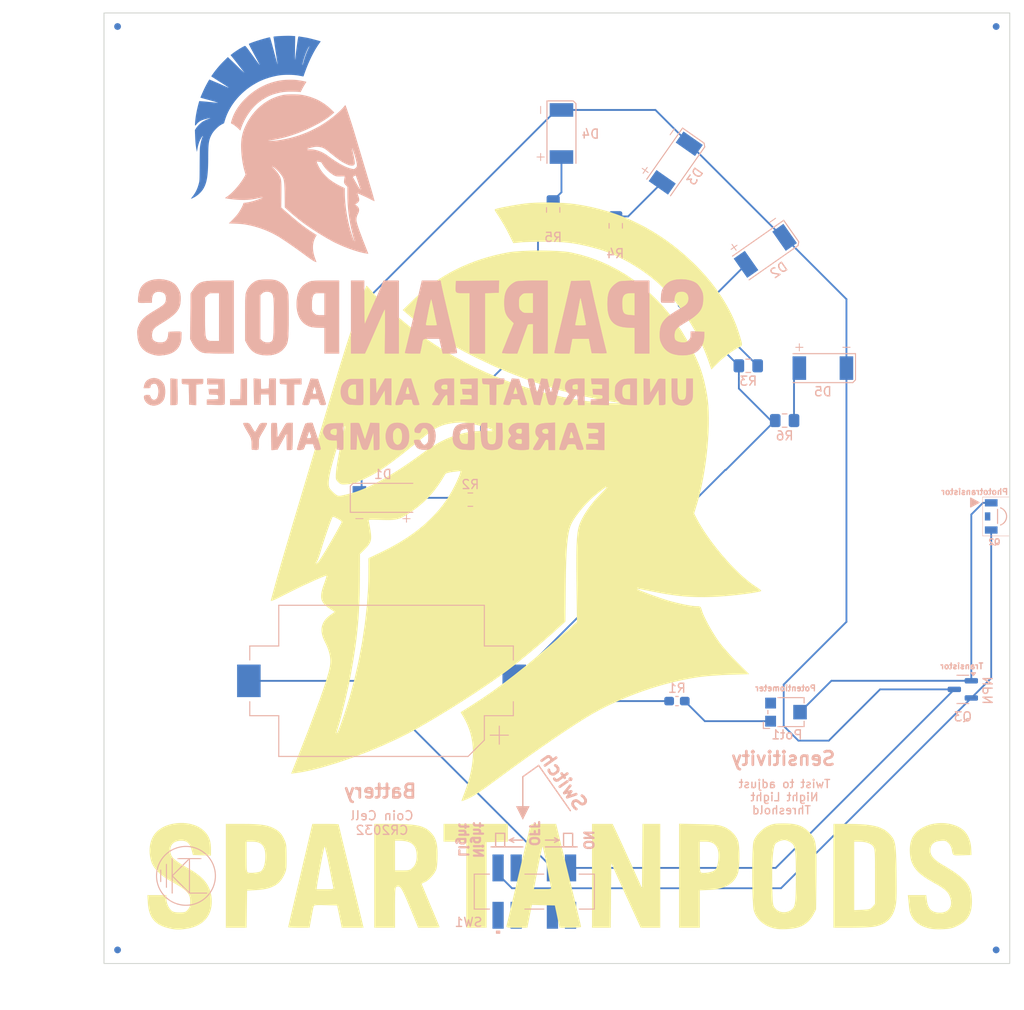
<source format=kicad_pcb>
(kicad_pcb (version 20241229) (generator "pcbnew") (generator_version "9.0")
  (layers (0 "F.Cu" signal) (2 "B.Cu" signal) (13 "F.Paste" user) (15 "B.Paste" user) (5 "F.SilkS" user "F.Silkscreen") (7 "B.SilkS" user "B.Silkscreen") (1 "F.Mask" user) (3 "B.Mask" user) (25 "Edge.Cuts" user))
  (net 0 "")
  (net 1 "Net-(D1-A)")
  (net 2 "Net-(D1-K)")
  (net 4 "Net-(Pot1-Pad1)")
  (net 5 "+3.3V")
  (net 6 "GNDREF")
  (net 7 "Net-(D2-A)")
  (net 8 "Net-(D3-A)")
  (net 9 "Net-(D4-A)")
  (net 10 "Net-(Q2-1)")
  (net 11 "Net-(Q2-2)")
  (net 12 "Net-(D5-A)")
  (footprint "Spartanpods:Combined" (layer "F.Cu") (at 99.453609 137.849936)
    (property "Reference" "G2")
    (property "Value" "Logo_Open_Hardware_Small")
    (fp_rect (start 0 -105) (end 100 0) (stroke (width 0.1)) (fill no) (layer "Edge.Cuts"))
  )
  (footprint "Capacitor_SMD:C_0805_2012Metric_Pad1.18x1.45mm_HandSolder" (layer "B.Cu") (at 155.956 56.3665 90)
    (property "Reference" "R4" (at -3.0695 -0.0508 0) (layer "B.SilkS") (effects (justify mirror)))
    (property "Value" "56")
    (pad "1" smd roundrect (at -1.0375 0 90) (size 1.175 1.45) (layers "B.Cu" "B.Mask" "B.Paste") (roundrect_rratio 0.212766) (net 5 "+3.3V"))
    (pad "2" smd roundrect (at 1.0375 0 90) (size 1.175 1.45) (layers "B.Cu" "B.Mask" "B.Paste") (roundrect_rratio 0.212766) (net 8 "Net-(D3-A)"))
  )
  (footprint "Capacitor_SMD:C_0805_2012Metric_Pad1.18x1.45mm_HandSolder" (layer "B.Cu") (at 139.9032 86.614 180)
    (property "Reference" "R2" (at 0 1.68 0) (layer "B.SilkS") (effects (justify mirror)))
    (property "Value" "56")
    (pad "1" smd roundrect (at -1.0375 0 180) (size 1.175 1.45) (layers "B.Cu" "B.Mask" "B.Paste") (roundrect_rratio 0.212766) (net 5 "+3.3V"))
    (pad "2" smd roundrect (at 1.0375 0 180) (size 1.175 1.45) (layers "B.Cu" "B.Mask" "B.Paste") (roundrect_rratio 0.212766) (net 1 "Net-(D1-A)"))
  )
  (footprint "Fiducial:Fiducial_0.75mm_Mask2.25mm" (layer "B.Cu") (at 197.953609 34.349936)
    (property "Reference" "FID3")
    (property "Value" "Fiducial")
    (pad "" smd circle (at 0 0) (size 0.75 0.75) (layers "B.Cu" "B.Mask") (clearance 0.85))
  )
  (footprint "Potentiometer_SMD:Potentiometer_Bourns_TC33X_Vertical" (layer "B.Cu") (at 174.852 110.0836)
    (property "Reference" "Pot1" (at 0 2.5 0) (layer "B.SilkS") (effects (justify mirror)))
    (property "Value" "50kΩ")
    (pad "1" smd rect (at -1.8 1) (size 1.2 1.2) (layers "B.Cu" "B.Mask" "B.Paste") (net 4 "Net-(Pot1-Pad1)"))
    (pad "2" smd rect (at 1.45 0) (size 1.5 1.6) (layers "B.Cu" "B.Mask" "B.Paste") (net 10 "Net-(Q2-1)"))
    (pad "3" smd rect (at -1.8 -1) (size 1.2 1.2) (layers "B.Cu" "B.Mask" "B.Paste"))
  )
  (footprint "Spartanpods:Untitled" (layer "B.Cu") (at 169.7736 85.09 180)
    (property "Reference" "REF**" (hide yes))
    (property "Value" "Untitled" (hide yes))
  )
  (footprint "!MyFootprints:DP3T - JS203011SCQN" (layer "B.Cu") (at 142.9644 127.2923 -90)
    (property "Reference" "SW1" (at 6.0069 3.2644 0) (layer "B.SilkS") (effects (justify mirror)))
    (property "Value" "SW_DP3T" (hide yes))
    (pad "1" smd rect (at 0 0 270) (size 2.9718 1.2446) (layers "B.Cu" "B.Mask" "B.Paste") (net 11 "Net-(Q2-2)"))
    (pad "2" smd rect (at 0 -2.000001 270) (size 2.9718 1.2446) (layers "B.Cu" "B.Mask" "B.Paste"))
    (pad "3" smd rect (at 0 -6.000001 270) (size 2.9718 1.2446) (layers "B.Cu" "B.Mask" "B.Paste") (net 6 "GNDREF"))
    (pad "4" smd rect (at 0 -7.999999 270) (size 2.9718 1.2446) (layers "B.Cu" "B.Mask" "B.Paste") (net 2 "Net-(D1-K)"))
    (pad "5" smd rect (at 5.2324 0 270) (size 2.9718 1.2446) (layers "B.Cu" "B.Mask" "B.Paste"))
    (pad "6" smd rect (at 5.2324 -1.999999 270) (size 2.9718 1.2446) (layers "B.Cu" "B.Mask" "B.Paste"))
    (pad "7" smd rect (at 5.2324 -5.999998 270) (size 2.9718 1.2446) (layers "B.Cu" "B.Mask" "B.Paste"))
    (pad "8" smd rect (at 5.2324 -7.999999 270) (size 2.9718 1.2446) (layers "B.Cu" "B.Mask" "B.Paste"))
  )
  (footprint "Fiducial:Fiducial_0.75mm_Mask2.25mm" (layer "B.Cu") (at 100.953609 136.349936)
    (property "Reference" "FID2")
    (property "Value" "Fiducial")
    (pad "" smd circle (at 0 0) (size 0.75 0.75) (layers "B.Cu" "B.Mask") (clearance 0.85))
  )
  (footprint "!MyFootprints:PhotoTrans_PT12-21C_TR8 (Flipped)" (layer "B.Cu") (at 197.4088 87.2668 90)
    (property "Reference" "Q2" (at -4.0208 0.3556 0) (layer "B.SilkS") (effects (font (size 0.64 0.64)) (justify mirror)))
    (property "Value" "Q_Photo_NPN")
    (pad "C" smd rect (at 0.3 0 90) (size 0.8 1.4) (layers "B.Cu" "B.Mask" "B.Paste") (net 10 "Net-(Q2-1)"))
    (pad "E" smd rect (at -2.7 0 90) (size 0.8 1.4) (layers "B.Cu" "B.Mask" "B.Paste") (net 11 "Net-(Q2-2)"))
    (pad "P1" smd rect (at -1.2 -0.4 90) (size 0.9 0.6) (layers "B.Cu" "B.Mask" "B.Paste"))
  )
  (footprint "Fiducial:Fiducial_0.75mm_Mask2.25mm" (layer "B.Cu") (at 197.953609 136.349936)
    (property "Reference" "FID1")
    (property "Value" "Fiducial")
    (pad "" smd circle (at 0 0) (size 0.75 0.75) (layers "B.Cu" "B.Mask") (clearance 0.85))
  )
  (footprint "Capacitor_SMD:C_0805_2012Metric_Pad1.18x1.45mm_HandSolder" (layer "B.Cu") (at 174.5996 77.8764)
    (property "Reference" "R6" (at 0 1.68 180) (layer "B.SilkS") (effects (justify mirror)))
    (property "Value" "56")
    (pad "1" smd roundrect (at -1.0375 0) (size 1.175 1.45) (layers "B.Cu" "B.Mask" "B.Paste") (roundrect_rratio 0.212766) (net 5 "+3.3V"))
    (pad "2" smd roundrect (at 1.0375 0) (size 1.175 1.45) (layers "B.Cu" "B.Mask" "B.Paste") (roundrect_rratio 0.212766) (net 12 "Net-(D5-A)"))
  )
  (footprint "Spartanpods:MiniLogo" (layer "B.Cu") (at 128.4732 63.754 180)
    (property "Reference" "REF**" (hide yes))
    (property "Value" "MiniLogo" (hide yes))
    (fp_poly (pts (xy 8.83205 28.37789) (xy 9.15382 28.371053) (xy 9.479775 28.358606) (xy 9.783799 28.341761) (xy 10.039781 28.321732) (xy 10.221606 28.299733) (xy 10.27655 28.288375) (xy 10.303162 28.276979) (xy 10.244502 27.835856) (xy 10.102455 26.860624) (xy 9.950853 25.85055) (xy 9.863526 25.304902) (xy 9.859695 25.285161) (xy 9.856777 25.267406) (xy 9.854791 25.251977) (xy 9.853756 25.239213) (xy 9.853602 25.233937) (xy 9.853693 25.229454) (xy 9.854032 25.225806) (xy 9.854621 25.223037) (xy 9.855462 25.221188) (xy 9.855979 25.220623) (xy 9.856559 25.220303) (xy 9.857204 25.220234) (xy 9.857913 25.220422) (xy 9.859528 25.221589) (xy 9.862338 25.22758) (xy 9.867312 25.241883) (xy 9.883262 25.293687) (xy 9.935765 25.477868) (xy 10.009238 25.746221) (xy 10.095886 26.070833) (xy 10.301966 26.841886) (xy 10.487847 27.520563) (xy 10.625788 28.007036) (xy 10.668112 28.147) (xy 10.68805 28.201478) (xy 10.700447 28.205949) (xy 10.724082 28.206442) (xy 10.802133 28.196392) (xy 10.916347 28.173125) (xy 11.060863 28.138435) (xy 11.417371 28.041971) (xy 11.824787 27.921365) (xy 12.236245 27.790984) (xy 12.604876 27.665191) (xy 12.883812 27.558353) (xy 12.974998 27.516531) (xy 13.026184 27.484834) (xy 13.027065 27.482509) (xy 13.026818 27.478157) (xy 13.023044 27.463579) (xy 13.015067 27.441521) (xy 13.003096 27.412403) (xy 12.967993 27.334667) (xy 12.919388 27.233735) (xy 12.858932 27.112971) (xy 12.788279 26.975738) (xy 12.709079 26.825398) (xy 12.622986 26.665315) (xy 12.260123 25.992267) (xy 11.997269 25.494115) (xy 11.849428 25.199812) (xy 11.823327 25.13815) (xy 11.823051 25.130275) (xy 11.831604 25.138307) (xy 11.911897 25.246325) (xy 12.090729 25.491247) (xy 12.638153 26.246309) (xy 13.025773 26.778444) (xy 13.161138 26.95949) (xy 13.264282 27.092275) (xy 13.340264 27.183113) (xy 13.36965 27.214775) (xy 13.394141 27.238318) (xy 13.414371 27.254532) (xy 13.430971 27.264206) (xy 13.444574 27.268129) (xy 13.455811 27.267091) (xy 13.505418 27.248362) (xy 13.568059 27.219847) (xy 13.642108 27.182564) (xy 13.725939 27.137527) (xy 13.916449 27.02826) (xy 14.126587 26.900175) (xy 14.343351 26.761399) (xy 14.55374 26.620061) (xy 14.74475 26.48429) (xy 14.828926 26.421032) (xy 14.903382 26.362214) (xy 15.043762 26.247835) (xy 14.718903 25.842958) (xy 14.570694 25.656838) (xy 14.407311 25.449384) (xy 14.248585 25.245907) (xy 14.11435 25.071718) (xy 13.867516 24.749406) (xy 13.666779 24.488893) (xy 13.498902 24.272432) (xy 13.831207 24.577791) (xy 13.973374 24.709917) (xy 14.114807 24.84395) (xy 14.239144 24.964226) (xy 14.330017 25.055086) (xy 14.372159 25.097829) (xy 14.428255 25.153541) (xy 14.572602 25.294462) (xy 14.743635 25.459043) (xy 14.921936 25.62848) (xy 15.347351 26.029939) (xy 15.766449 25.617464) (xy 15.95098 25.430217) (xy 16.138933 25.228912) (xy 16.326467 25.018176) (xy 16.509735 24.802633) (xy 16.684896 24.586908) (xy 16.848105 24.375626) (xy 16.995518 24.173414) (xy 17.123291 23.984895) (xy 17.180084 23.897188) (xy 16.554321 23.498506) (xy 16.009193 23.149497) (xy 15.597248 22.882142) (xy 15.336714 22.7084) (xy 15.268923 22.660371) (xy 15.245819 22.64023) (xy 15.246113 22.639714) (xy 15.246986 22.639472) (xy 15.248422 22.6395) (xy 15.250408 22.63979) (xy 15.25597 22.641134) (xy 15.263558 22.643457) (xy 15.273056 22.646711) (xy 15.284348 22.650849) (xy 15.311856 22.661584) (xy 15.345158 22.675281) (xy 15.383333 22.691556) (xy 15.425458 22.710029) (xy 15.470612 22.730318) (xy 15.956265 22.944357) (xy 16.594605 23.218801) (xy 17.151417 23.453814) (xy 17.326058 23.525336) (xy 17.392487 23.549562) (xy 17.422414 23.503605) (xy 17.465236 23.432283) (xy 17.518111 23.340695) (xy 17.578198 23.233938) (xy 17.642654 23.117111) (xy 17.70864 22.995315) (xy 17.773313 22.873646) (xy 17.833832 22.757203) (xy 17.911722 22.600149) (xy 17.999677 22.414537) (xy 18.179375 22.017648) (xy 18.257912 21.836375) (xy 18.320106 21.686551) (xy 18.359352 21.58318) (xy 18.368307 21.553601) (xy 18.369049 21.541261) (xy 18.351918 21.535624) (xy 18.306353 21.522296) (xy 18.142391 21.476083) (xy 17.902092 21.409648) (xy 17.610382 21.330018) (xy 17.063393 21.177912) (xy 16.668568 21.060644) (xy 16.539361 21.018565) (xy 16.461569 20.989386) (xy 16.443346 20.980071) (xy 16.439648 20.974503) (xy 16.451033 20.972859) (xy 16.478058 20.975313) (xy 16.808706 21.012338) (xy 17.320202 21.064378) (xy 17.840573 21.114427) (xy 18.197846 21.145479) (xy 18.502228 21.167665) (xy 18.553742 20.988313) (xy 18.599318 20.825076) (xy 18.643202 20.658604) (xy 18.685172 20.489874) (xy 18.725006 20.319868) (xy 18.762483 20.149562) (xy 18.797381 19.979936) (xy 18.829477 19.811968) (xy 18.858551 19.646638) (xy 18.889079 19.451544) (xy 18.915878 19.254597) (xy 18.938284 19.063478) (xy 18.955628 18.885869) (xy 18.967244 18.729451) (xy 18.972466 18.601903) (xy 18.970627 18.510907) (xy 18.966851 18.481516) (xy 18.96106 18.464143) (xy 18.959626 18.462252) (xy 18.957932 18.460775) (xy 18.955982 18.459708) (xy 18.953781 18.459047) (xy 18.951335 18.458788) (xy 18.948647 18.458928) (xy 18.945724 18.459461) (xy 18.94257 18.460384) (xy 18.93919 18.461693) (xy 18.935588 18.463384) (xy 18.931771 18.465452) (xy 18.927742 18.467893) (xy 18.923508 18.470704) (xy 18.919071 18.473881) (xy 18.914439 18.477418) (xy 18.909615 18.481313) (xy 18.899412 18.490158) (xy 18.888503 18.500382) (xy 18.876927 18.511953) (xy 18.864723 18.524838) (xy 18.851932 18.539005) (xy 18.838592 18.554421) (xy 18.824743 18.571053) (xy 18.810425 18.588869) (xy 18.774856 18.632818) (xy 18.73969 18.674084) (xy 18.704696 18.712838) (xy 18.669643 18.749249) (xy 18.634297 18.783486) (xy 18.598426 18.81572) (xy 18.5618 18.84612) (xy 18.524185 18.874856) (xy 18.485351 18.902098) (xy 18.445063 18.928016) (xy 18.403092 18.952779) (xy 18.359205 18.976557) (xy 18.313169 18.99952) (xy 18.264752 19.021838) (xy 18.213724 19.043681) (xy 18.159851 19.065217) (xy 18.053039 19.102813) (xy 17.923705 19.142641) (xy 17.782747 19.182035) (xy 17.641064 19.218328) (xy 17.509553 19.248855) (xy 17.399112 19.270949) (xy 17.355199 19.278001) (xy 17.32064 19.281945) (xy 17.296798 19.282448) (xy 17.289321 19.281305) (xy 17.285034 19.279176) (xy 17.284616 19.278451) (xy 17.284666 19.277589) (xy 17.285171 19.276594) (xy 17.286123 19.275471) (xy 17.287509 19.274224) (xy 17.289319 19.272857) (xy 17.294169 19.26978) (xy 17.300586 19.266276) (xy 17.308485 19.262377) (xy 17.317778 19.25812) (xy 17.328381 19.253538) (xy 17.340206 19.248664) (xy 17.353168 19.243535) (xy 17.36718 19.238183) (xy 17.382156 19.232643) (xy 17.398011 19.22695) (xy 17.414657 19.221137) (xy 17.449982 19.209291) (xy 17.564575 19.16961) (xy 17.675538 19.126703) (xy 17.78236 19.080826) (xy 17.884529 19.032236) (xy 17.981534 18.981188) (xy 18.02794 18.954822) (xy 18.072864 18.927938) (xy 18.11624 18.900568) (xy 18.158006 18.872743) (xy 18.198098 18.844496) (xy 18.23645 18.815858) (xy 18.282484 18.779386) (xy 18.329548 18.740091) (xy 18.377284 18.698359) (xy 18.425332 18.654575) (xy 18.473333 18.609124) (xy 18.520927 18.562391) (xy 18.567756 18.514761) (xy 18.613461 18.466619) (xy 18.657681 18.41835) (xy 18.700059 18.370339) (xy 18.740235 18.322971) (xy 18.777849 18.276631) (xy 18.812543 18.231705) (xy 18.843956 18.188576) (xy 18.871731 18.147631) (xy 18.895508 18.109254) (xy 18.983307 17.959352) (xy 18.960419 17.352632) (xy 18.950056 17.105531) (xy 18.93837 16.88349) (xy 18.924973 16.682389) (xy 18.909477 16.498105) (xy 18.891496 16.326517) (xy 18.87064 16.163504) (xy 18.846523 16.004942) (xy 18.818756 15.846712) (xy 18.762848 15.546968) (xy 18.734558 15.713502) (xy 18.692582 15.94441) (xy 18.648959 16.150455) (xy 18.6261 16.24545) (xy 18.602314 16.335783) (xy 18.577427 16.421974) (xy 18.55127 16.504541) (xy 18.523669 16.584001) (xy 18.494452 16.660873) (xy 18.463449 16.735675) (xy 18.430486 16.808925) (xy 18.395392 16.881142) (xy 18.357995 16.952843) (xy 18.318123 17.024547) (xy 18.275604 17.096773) (xy 18.214747 17.195667) (xy 18.189372 17.235357) (xy 18.167358 17.268548) (xy 18.148697 17.295244) (xy 18.133381 17.31545) (xy 18.121404 17.32917) (xy 18.116666 17.333599) (xy 18.112759 17.336408) (xy 18.109683 17.337598) (xy 18.107437 17.337168) (xy 18.106021 17.33512) (xy 18.105433 17.331455) (xy 18.105672 17.326172) (xy 18.106738 17.319272) (xy 18.111346 17.300625) (xy 18.119249 17.275517) (xy 18.130441 17.243952) (xy 18.144913 17.205935) (xy 18.162659 17.16147) (xy 18.185082 17.103643) (xy 18.207335 17.041104) (xy 18.250815 16.904177) (xy 18.292061 16.755258) (xy 18.330036 16.598916) (xy 18.363704 16.439723) (xy 18.392029 16.282246) (xy 18.413972 16.131057) (xy 18.422227 16.059248) (xy 18.428498 15.990724) (xy 18.433483 15.895053) (xy 18.438313 15.741412) (xy 18.447033 15.292089) (xy 18.45371 14.706495) (xy 18.457398 14.048372) (xy 18.461745 13.188016) (xy 18.471115 12.660707) (xy 18.478775 12.488985) (xy 18.489001 12.360974) (xy 18.502227 12.26349) (xy 18.518891 12.18335) (xy 18.548794 12.065233) (xy 18.579657 11.952026) (xy 18.611647 11.84336) (xy 18.644932 11.738868) (xy 18.679681 11.638181) (xy 18.716061 11.54093) (xy 18.754241 11.446747) (xy 18.794388 11.355263) (xy 18.836671 11.266111) (xy 18.881258 11.178921) (xy 18.928317 11.093325) (xy 18.978016 11.008954) (xy 19.030523 10.925441) (xy 19.086006 10.842417) (xy 19.144634 10.759513) (xy 19.206574 10.676361) (xy 19.253302 10.614518) (xy 19.295913 10.556899) (xy 19.333544 10.504761) (xy 19.365334 10.459359) (xy 19.39042 10.421947) (xy 19.407941 10.393781) (xy 19.413595 10.383558) (xy 19.417035 10.376117) (xy 19.418152 10.371615) (xy 19.417807 10.370515) (xy 19.41684 10.370209) (xy 19.41338 10.370801) (xy 19.408208 10.372204) (xy 19.393142 10.377273) (xy 19.372473 10.385071) (xy 19.347031 10.395253) (xy 19.317646 10.407472) (xy 19.28515 10.421386) (xy 19.250372 10.436647) (xy 19.214142 10.452912) (xy 19.213806 10.452668) (xy 19.123691 10.496095) (xy 19.033986 10.544231) (xy 18.945031 10.59677) (xy 18.857166 10.653405) (xy 18.770731 10.713827) (xy 18.686063 10.77773) (xy 18.603504 10.844807) (xy 18.523392 10.91475) (xy 18.446066 10.987252) (xy 18.371867 11.062006) (xy 18.301133 11.138705) (xy 18.234204 11.217041) (xy 18.171418 11.296708) (xy 18.113117 11.377398) (xy 18.059638 11.458804) (xy 18.011322 11.540619) (xy 17.943018 11.670741) (xy 17.880598 11.805949) (xy 17.823857 11.947667) (xy 17.77259 12.097319) (xy 17.726593 12.256331) (xy 17.68566 12.426126) (xy 17.649588 12.60813) (xy 17.618172 12.803765) (xy 17.591207 13.014458) (xy 17.568488 13.241632) (xy 17.549811 13.486711) (xy 17.53497 13.751121) (xy 17.523763 14.036285) (xy 17.515983 14.343628) (xy 17.511426 14.674575) (xy 17.509888 15.030549) (xy 17.506157 15.53463) (xy 17.493612 15.954904) (xy 17.48329 16.138142) (xy 17.469875 16.305865) (xy 17.453067 16.459884) (xy 17.432572 16.60201) (xy 17.40809 16.734056) (xy 17.379327 16.857833) (xy 17.345984 16.975154) (xy 17.307765 17.08783) (xy 17.264373 17.197672) (xy 17.215511 17.306494) (xy 17.160882 17.416106) (xy 17.100189 17.528322) (xy 17.058105 17.598831) (xy 17.009478 17.671913) (xy 16.954998 17.746888) (xy 16.895355 17.823078) (xy 16.83124 17.899801) (xy 16.76334 17.976379) (xy 16.692347 18.052133) (xy 16.61895 18.126382) (xy 16.543838 18.198448) (xy 16.467702 18.267651) (xy 16.39123 18.33331) (xy 16.315113 18.394748) (xy 16.240041 18.451284) (xy 16.166702 18.502239) (xy 16.095787 18.546933) (xy 16.027985 18.584688) (xy 15.761566 18.722169) (xy 15.697174 18.949495) (xy 15.591602 19.28367) (xy 15.465977 19.612943) (xy 15.320947 19.936558) (xy 15.157161 20.253762) (xy 14.975267 20.563802) (xy 14.775914 20.865925) (xy 14.55975 21.159376) (xy 14.327423 21.443403) (xy 14.079583 21.717251) (xy 13.816877 21.980167) (xy 13.539954 22.231397) (xy 13.249463 22.470188) (xy 12.946052 22.695787) (xy 12.630369 22.907439) (xy 12.303063 23.104391) (xy 11.964783 23.28589) (xy 11.835359 23.349443) (xy 11.703134 23.410796) (xy 11.568272 23.469897) (xy 11.430939 23.526694) (xy 11.291301 23.581136) (xy 11.149522 23.63317) (xy 10.860203 23.72981) (xy 10.564305 23.816201) (xy 10.263151 23.891928) (xy 9.958062 23.956578) (xy 9.65036 24.009736) (xy 9.539331 24.024899) (xy 9.419864 24.037803) (xy 9.160673 24.056885) (xy 8.882893 24.067085) (xy 8.59663 24.068506) (xy 8.311991 24.061249) (xy 8.039082 24.045416) (xy 7.788009 24.021111) (xy 7.673819 24.005813) (xy 7.568878 23.988435) (xy 7.083222 23.899049) (xy 7.035866 23.89068) (xy 7.002014 23.884553) (xy 6.994036 23.904977) (xy 6.983565 23.932453) (xy 6.968331 23.973169) (xy 6.948001 24.028421) (xy 6.922243 24.099508) (xy 6.890727 24.187726) (xy 6.853119 24.294374) (xy 6.681282 24.761443) (xy 6.49703 25.219248) (xy 6.302486 25.663499) (xy 6.099774 26.089906) (xy 5.891018 26.49418) (xy 5.678342 26.872033) (xy 5.46387 27.219173) (xy 5.459575 27.225609) (xy 6.338717 27.225609) (xy 6.338976 27.222699) (xy 6.340878 27.214252) (xy 6.344577 27.202425) (xy 6.350012 27.187367) (xy 6.357125 27.169225) (xy 6.365854 27.148149) (xy 6.376141 27.124285) (xy 6.387925 27.097783) (xy 6.401148 27.06879) (xy 6.431668 27.003926) (xy 6.467224 26.930879) (xy 6.543383 26.770078) (xy 6.617775 26.599794) (xy 6.69002 26.421081) (xy 6.759739 26.234994) (xy 6.826553 26.042587) (xy 6.890082 25.844915) (xy 6.949947 25.643031) (xy 7.005768 25.43799) (xy 7.025126 25.365507) (xy 7.043611 25.300022) (xy 7.060788 25.242814) (xy 7.076222 25.195165) (xy 7.089476 25.158355) (xy 7.100117 25.133664) (xy 7.104322 25.126264) (xy 7.107709 25.122374) (xy 7.10908 25.121795) (xy 7.110226 25.122154) (xy 7.111817 25.125764) (xy 7.112486 25.133026) (xy 7.112265 25.143509) (xy 7.111193 25.157013) (xy 7.109308 25.173337) (xy 7.103251 25.213648) (xy 7.094403 25.262842) (xy 7.083069 25.319316) (xy 7.069558 25.381471) (xy 7.054176 25.447706) (xy 7.037232 25.51642) (xy 7.037232 25.516389) (xy 6.965738 25.778281) (xy 6.884941 26.039084) (xy 6.797444 26.292347) (xy 6.705849 26.531618) (xy 6.612757 26.750443) (xy 6.520771 26.942372) (xy 6.476006 27.026233) (xy 6.432493 27.100951) (xy 6.390558 27.165718) (xy 6.350525 27.219728) (xy 6.347327 27.22351) (xy 6.344645 27.226281) (xy 6.342471 27.228059) (xy 6.3408 27.228862) (xy 6.339622 27.228709) (xy 6.33893 27.227618) (xy 6.338717 27.225609) (xy 5.459575 27.225609) (xy 5.356624 27.379886) (xy 5.249726 27.531312) (xy 5.216586 27.577343) (xy 5.186074 27.620605) (xy 5.15883 27.660127) (xy 5.135494 27.69494) (xy 5.116706 27.724074) (xy 5.103105 27.746559) (xy 5.095332 27.761424) (xy 5.09383 27.765697) (xy 5.09371 27.76699) (xy 5.094025 27.767701) (xy 5.14485 27.785081) (xy 5.267446 27.820712) (xy 5.647694 27.925138) (xy 6.07425 28.037798) (xy 6.386597 28.11551) (xy 6.52411 28.144771) (xy 6.689255 28.176858) (xy 6.861266 28.207881) (xy 7.019379 28.233949) (xy 7.458801 28.302247) (xy 7.470445 28.303879) (xy 7.481311 28.304981) (xy 7.491424 28.305543) (xy 7.500806 28.305555) (xy 7.50948 28.305008) (xy 7.51747 28.303893) (xy 7.524798 28.302199) (xy 7.528221 28.301132) (xy 7.531487 28.299917) (xy 7.534599 28.298552) (xy 7.53756 28.297037) (xy 7.540373 28.29537) (xy 7.54304 28.29355) (xy 7.545565 28.291576) (xy 7.547951 28.289447) (xy 7.550199 28.28716) (xy 7.552314 28.284716) (xy 7.554298 28.282114) (xy 7.556154 28.27935) (xy 7.559492 28.273339) (xy 7.562353 28.266672) (xy 7.564759 28.25934) (xy 7.589754 28.149134) (xy 7.621721 27.973437) (xy 7.659029 27.743463) (xy 7.700047 27.470426) (xy 7.786687 26.840013) (xy 7.829047 26.505065) (xy 7.868592 26.171907) (xy 7.890086 25.990508) (xy 7.909237 25.840406) (xy 7.923965 25.737196) (xy 7.929021 25.708049) (xy 7.93219 25.696474) (xy 7.933212 25.702264) (xy 7.934027 25.721436) (xy 7.935053 25.79722) (xy 7.934815 26.079564) (xy 7.931761 26.500136) (xy 7.926178 27.015565) (xy 7.909485 28.344972) (xy 8.305512 28.369874) (xy 8.540576 28.377902)) (fill yes) (layer "B.Cu"))
  )
  (footprint "Capacitor_SMD:C_0805_2012Metric_Pad1.18x1.45mm_HandSolder" (layer "B.Cu") (at 170.5864 71.8312)
    (property "Reference" "R3" (at 0 1.68 180) (layer "B.SilkS") (effects (justify mirror)))
    (property "Value" "56")
    (pad "1" smd roundrect (at -1.0375 0) (size 1.175 1.45) (layers "B.Cu" "B.Mask" "B.Paste") (roundrect_rratio 0.212766) (net 5 "+3.3V"))
    (pad "2" smd roundrect (at 1.0375 0) (size 1.175 1.45) (layers "B.Cu" "B.Mask" "B.Paste") (roundrect_rratio 0.212766) (net 7 "Net-(D2-A)"))
  )
  (footprint "!MyFootprints:CR2032-Holder" (layer "B.Cu") (at 130.0988 106.6292 180)
    (property "Reference" "BT1" (hide yes))
    (property "Value" "Battery_Cell")
    (pad "1" smd rect (at -14.65 0) (size 2.6 3.6) (layers "B.Cu" "B.Mask" "B.Paste") (net 5 "+3.3V"))
    (pad "2" smd rect (at 14.65 0) (size 2.6 3.6) (layers "B.Cu" "B.Mask" "B.Paste") (net 6 "GNDREF"))
  )
  (footprint "Capacitor_SMD:C_0805_2012Metric_Pad1.18x1.45mm_HandSolder" (layer "B.Cu") (at 149.0472 54.61 90)
    (property "Reference" "R5" (at -3.0187 0 0) (layer "B.SilkS") (effects (justify mirror)))
    (property "Value" "56")
    (pad "1" smd roundrect (at -1.0375 0 90) (size 1.175 1.45) (layers "B.Cu" "B.Mask" "B.Paste") (roundrect_rratio 0.212766) (net 5 "+3.3V"))
    (pad "2" smd roundrect (at 1.0375 0 90) (size 1.175 1.45) (layers "B.Cu" "B.Mask" "B.Paste") (roundrect_rratio 0.212766) (net 9 "Net-(D4-A)"))
  )
  (footprint "!MyFootprints:LED - MyPLCC2 (RoundMask_LED Side)" (layer "B.Cu") (at 172.466 59.1312 -145)
    (property "Reference" "D2" (at 0 -2.600001 35) (layer "B.SilkS") (effects (justify mirror)))
    (property "Value" "RED")
    (pad "1" smd rect (at -2.600001 0 215) (size 1.5 2.6) (layers "B.Cu" "B.Mask" "B.Paste") (net 2 "Net-(D1-K)"))
    (pad "2" smd rect (at 2.600001 0 215) (size 1.5 2.6) (layers "B.Cu" "B.Mask" "B.Paste") (net 7 "Net-(D2-A)"))
  )
  (footprint "!MyFootprints:LED - MyPLCC2 (RoundMask_LED Side)" (layer "B.Cu") (at 178.8252 72.0852 180)
    (property "Reference" "D5" (at 0 -2.6 0) (layer "B.SilkS") (effects (justify mirror)))
    (property "Value" "RED")
    (pad "1" smd rect (at -2.6 0 180) (size 1.5 2.6) (layers "B.Cu" "B.Mask" "B.Paste") (net 2 "Net-(D1-K)"))
    (pad "2" smd rect (at 2.6 0 180) (size 1.5 2.6) (layers "B.Cu" "B.Mask" "B.Paste") (net 12 "Net-(D5-A)"))
  )
  (footprint "Package_TO_SOT_SMD:SOT-23" (layer "B.Cu") (at 194.2744 107.5713 180)
    (property "Reference" "Q3" (at 0 -3.0203 0) (layer "B.SilkS") (effects (justify mirror)))
    (property "Value" "BC847")
    (pad "1" smd roundrect (at -0.9375 0.95 180) (size 1.475 0.6) (layers "B.Cu" "B.Mask" "B.Paste") (net 10 "Net-(Q2-1)"))
    (pad "2" smd roundrect (at -0.9375 -0.95 180) (size 1.475 0.6) (layers "B.Cu" "B.Mask" "B.Paste") (net 11 "Net-(Q2-2)"))
    (pad "3" smd roundrect (at 0.9375 0 180) (size 1.475 0.6) (layers "B.Cu" "B.Mask" "B.Paste") (net 2 "Net-(D1-K)"))
  )
  (footprint "!MyFootprints:LED - MyPLCC2 (RoundMask_LED Side)" (layer "B.Cu") (at 162.578099 49.432204 -125)
    (property "Reference" "D3" (at 0 -2.600001 55) (layer "B.SilkS") (effects (justify mirror)))
    (property "Value" "RED")
    (pad "1" smd rect (at -2.600001 0 235) (size 1.5 2.6) (layers "B.Cu" "B.Mask" "B.Paste") (net 2 "Net-(D1-K)"))
    (pad "2" smd rect (at 2.600001 0 235) (size 1.5 2.6) (layers "B.Cu" "B.Mask" "B.Paste") (net 8 "Net-(D3-A)"))
  )
  (footprint "!MyFootprints:LED - MyPLCC2 (RoundMask_LED Side)" (layer "B.Cu") (at 149.9616 46.168 -90)
    (property "Reference" "D4" (at 0.0508 -3.2004 0) (layer "B.SilkS") (effects (justify mirror)))
    (property "Value" "RED")
    (pad "1" smd rect (at -2.6 0 270) (size 1.5 2.6) (layers "B.Cu" "B.Mask" "B.Paste") (net 2 "Net-(D1-K)"))
    (pad "2" smd rect (at 2.6 0 270) (size 1.5 2.6) (layers "B.Cu" "B.Mask" "B.Paste") (net 9 "Net-(D4-A)"))
  )
  (footprint "!MyFootprints:LED - MyPLCC2 (RoundMask_LED Side)" (layer "B.Cu") (at 130.2512 86.4108)
    (property "Reference" "D1" (at 0 -2.6 180) (layer "B.SilkS") (effects (justify mirror)))
    (property "Value" "GRN")
    (pad "1" smd rect (at -2.6 0) (size 1.5 2.6) (layers "B.Cu" "B.Mask" "B.Paste") (net 2 "Net-(D1-K)"))
    (pad "2" smd rect (at 2.6 0) (size 1.5 2.6) (layers "B.Cu" "B.Mask" "B.Paste") (net 1 "Net-(D1-A)"))
  )
  (footprint "Fiducial:Fiducial_0.75mm_Mask2.25mm" (layer "B.Cu") (at 100.953609 34.349936)
    (property "Reference" "FID4")
    (property "Value" "Fiducial")
    (pad "" smd circle (at 0 0) (size 0.75 0.75) (layers "B.Cu" "B.Mask") (clearance 0.85))
  )
  (footprint "!MyFootprints:JD3_Diode" (layer "B.Cu") (at 108.2548 128.1684 180)
    (property "Reference" "G1" (hide yes))
    (property "Value" "JD3_Diode" (hide yes))
  )
  (footprint "Capacitor_SMD:C_0603_1608Metric_Pad1.08x0.95mm_HandSolder" (layer "B.Cu") (at 162.7124 108.8644 180)
    (property "Reference" "R1" (at 0 1.43 0) (layer "B.SilkS") (effects (justify mirror)))
    (property "Value" "10kΩ")
    (pad "1" smd roundrect (at -0.8625 0 180) (size 1.075 0.95) (layers "B.Cu" "B.Mask" "B.Paste") (net 4 "Net-(Pot1-Pad1)"))
    (pad "2" smd roundrect (at 0.8625 0 180) (size 1.075 0.95) (layers "B.Cu" "B.Mask" "B.Paste") (net 5 "+3.3V"))
  )
  (gr_line (start 145.6944 117.2208) (end 145.6944 120.4708) (stroke (width 0.15)) (layer "B.SilkS"))
  (gr_line (start 148.1944 124.9708) (end 151.6944 124.9708) (stroke (width 0.15)) (layer "B.SilkS"))
  (gr_line (start 149.6944 124.2208) (end 149.1944 124.4708) (stroke (width 0.15)) (layer "B.SilkS"))
  (gr_line (start 144.1944 124.2208) (end 145.6944 124.2208) (stroke (width 0.15)) (layer "B.SilkS"))
  (gr_rect (start 150.1944 123.4708) (end 151.1944 124.9708) (stroke (width 0.15)) (fill no) (layer "B.SilkS"))
  (gr_line (start 150.9444 120.9708) (end 147.4444 115.9708) (stroke (width 0.15)) (layer "B.SilkS"))
  (gr_poly (pts (xy 145.6944 121.9708) (xy 144.9444 120.4708) (xy 146.4444 120.4708)) (stroke (width 0.01)) (fill yes) (layer "B.SilkS"))
  (gr_line (start 149.6944 124.2208) (end 149.1944 123.9708) (stroke (width 0.15)) (layer "B.SilkS"))
  (gr_line (start 148.1944 124.2208) (end 149.6944 124.2208) (stroke (width 0.15)) (layer "B.SilkS"))
  (gr_line (start 144.1944 124.2208) (end 144.6944 124.4708) (stroke (width 0.15)) (layer "B.SilkS"))
  (gr_rect (start 142.6944 123.4708) (end 143.6944 124.9708) (stroke (width 0.15)) (fill no) (layer "B.SilkS"))
  (gr_line (start 147.4444 115.9708) (end 145.6944 117.2208) (stroke (width 0.15)) (layer "B.SilkS"))
  (gr_line (start 144.1944 124.2208) (end 144.6944 123.9708) (stroke (width 0.15)) (layer "B.SilkS"))
  (gr_line (start 142.1944 124.9708) (end 145.6944 124.9708) (stroke (width 0.15)) (layer "B.SilkS"))
  (gr_text "Night\nLight" (at 139.9444 124.2208 270) (layer "B.SilkS") (effects (font (size 1 1) (thickness 0.25) (bold yes)) (justify mirror)))
  (gr_text "Sensitivity" (at 174.4472 115.2144 0) (layer "B.SilkS") (effects (font (size 1.5 1.5) (thickness 0.3)) (justify mirror)))
  (gr_text "Twist to adjust \nNight Light \nThreshold" (at 174.2472 119.4644 0) (layer "B.SilkS") (effects (font (size 0.9 0.9)) (justify mirror)))
  (gr_text "ON" (at 152.9444 124.2208 270) (layer "B.SilkS") (effects (font (size 1 1) (thickness 0.25) (bold yes)) (justify mirror)))
  (gr_text "Battery" (at 129.9464 118.8212 0) (layer "B.SilkS") (effects (font (size 1.5 1.5) (thickness 0.3)) (justify mirror)))
  (gr_text "Transistor" (at 194.1576 105.0036 0) (layer "B.SilkS") (effects (font (size 0.64 0.64)) (justify mirror)))
  (gr_text "Potentiometer" (at 174.7012 107.442 0) (layer "B.SilkS") (effects (font (size 0.64 0.64)) (justify mirror)))
  (gr_text "Phototransistor" (at 195.58 85.7504 0) (layer "B.SilkS") (effects (font (size 0.64 0.64)) (justify mirror)))
  (gr_text "OFF" (at 146.9444 123.4708 270) (layer "B.SilkS") (effects (font (size 1 1) (thickness 0.25) (bold yes)) (justify mirror)))
  (gr_text "NPN" (at 197.0532 107.696 90) (layer "B.SilkS") (effects (font (size 1 1)) (justify mirror)))
  (gr_text "Switch" (at 150.1944 117.7208 305) (layer "B.SilkS") (effects (font (size 1.5 1.5) (thickness 0.3)) (justify mirror)))
  (gr_text "Coin Cell\nCR2032" (at 130.1464 122.3212 0) (layer "B.SilkS") (effects (font (size 1 1)) (justify mirror)))
  (segment (start 138.6625 86.4108) (end 132.8512 86.4108) (width 0.2) (layer "B.Cu") (net 1))
  (segment (start 138.8657 86.614) (end 138.6625 86.4108) (width 0.2) (layer "B.Cu") (net 1))
  (segment (start 174.406891 57.639901) (end 174.595796 57.639901) (width 0.2) (layer "B.Cu") (net 2))
  (segment (start 176.1236 113.2332) (end 174.498 111.6076) (width 0.2) (layer "B.Cu") (net 2))
  (segment (start 127.896 65.0836) (end 127.896 86.166) (width 0.2) (layer "B.Cu") (net 2))
  (segment (start 127.896 86.166) (end 127.6512 86.4108) (width 0.2) (layer "B.Cu") (net 2))
  (segment (start 160.33499 43.568) (end 164.069398 47.302408) (width 0.2) (layer "B.Cu") (net 2))
  (segment (start 149.9616 43.568) (end 149.4116 43.568) (width 0.2) (layer "B.Cu") (net 2))
  (segment (start 164.069398 47.302408) (end 174.406891 57.639901) (width 0.2) (layer "B.Cu") (net 2))
  (segment (start 179.4764 113.2332) (end 176.1236 113.2332) (width 0.2) (layer "B.Cu") (net 2))
  (segment (start 150.964399 127.2923) (end 173.6159 127.2923) (width 0.2) (layer "B.Cu") (net 2))
  (segment (start 181.4252 64.469305) (end 174.595796 57.639901) (width 0.2) (layer "B.Cu") (net 2))
  (segment (start 181.4252 72.0852) (end 181.4252 64.469305) (width 0.2) (layer "B.Cu") (net 2))
  (segment (start 174.498 107.0356) (end 181.4252 100.1084) (width 0.2) (layer "B.Cu") (net 2))
  (segment (start 149.4116 43.568) (end 127.896 65.0836) (width 0.2) (layer "B.Cu") (net 2))
  (segment (start 193.3369 107.5713) (end 185.1383 107.5713) (width 0.2) (layer "B.Cu") (net 2))
  (segment (start 181.4252 100.1084) (end 181.4252 72.0852) (width 0.2) (layer "B.Cu") (net 2))
  (segment (start 173.6159 127.2923) (end 193.3369 107.5713) (width 0.2) (layer "B.Cu") (net 2))
  (segment (start 149.9616 43.568) (end 160.33499 43.568) (width 0.2) (layer "B.Cu") (net 2))
  (segment (start 185.1383 107.5713) (end 179.4764 113.2332) (width 0.2) (layer "B.Cu") (net 2))
  (segment (start 174.498 111.6076) (end 174.498 107.0356) (width 0.2) (layer "B.Cu") (net 2))
  (segment (start 165.7941 111.0836) (end 163.5749 108.8644) (width 0.2) (layer "B.Cu") (net 4))
  (segment (start 173.052 111.0836) (end 165.7941 111.0836) (width 0.2) (layer "B.Cu") (net 4))
  (segment (start 146.984 108.8644) (end 144.7488 106.6292) (width 0.2) (layer "B.Cu") (net 5))
  (segment (start 141.0716 74.422) (end 147.3708 68.1228) (width 0.2) (layer "B.Cu") (net 5))
  (segment (start 149.0472 55.6475) (end 150.8545 57.4548) (width 0.2) (layer "B.Cu") (net 5))
  (segment (start 168.0542 83.3238) (end 144.7488 106.6292) (width 0.2) (layer "B.Cu") (net 5))
  (segment (start 147.3708 68.1228) (end 147.3708 57.3239) (width 0.2) (layer "B.Cu") (net 5))
  (segment (start 173.0834 77.8764) (end 173.5621 77.8764) (width 0.2) (layer "B.Cu") (net 5))
  (segment (start 144.7488 90.4221) (end 140.9407 86.614) (width 0.2) (layer "B.Cu") (net 5))
  (segment (start 162.9156 65.1979) (end 162.9156 64.3636) (width 0.2) (layer "B.Cu") (net 5))
  (segment (start 161.8499 108.8644) (end 146.984 108.8644) (width 0.2) (layer "B.Cu") (net 5))
  (segment (start 169.5489 71.8312) (end 162.9156 65.1979) (width 0.2) (layer "B.Cu") (net 5))
  (segment (start 141.0716 86.4831) (end 141.0716 74.422) (width 0.2) (layer "B.Cu") (net 5))
  (segment (start 140.9407 86.614) (end 141.0716 86.4831) (width 0.2) (layer "B.Cu") (net 5))
  (segment (start 168.1147 83.3238) (end 168.0542 83.3238) (width 0.2) (layer "B.Cu") (net 5))
  (segment (start 162.9156 64.3636) (end 155.956 57.404) (width 0.2) (layer "B.Cu") (net 5))
  (segment (start 144.7488 106.6292) (end 144.7488 90.4221) (width 0.2) (layer "B.Cu") (net 5))
  (segment (start 155.9052 57.4548) (end 155.956 57.404) (width 0.2) (layer "B.Cu") (net 5))
  (segment (start 150.8545 57.4548) (end 155.9052 57.4548) (width 0.2) (layer "B.Cu") (net 5))
  (segment (start 147.3708 57.3239) (end 149.0472 55.6475) (width 0.2) (layer "B.Cu") (net 5))
  (segment (start 169.5489 71.8312) (end 169.5489 74.3419) (width 0.2) (layer "B.Cu") (net 5))
  (segment (start 173.5621 77.8764) (end 168.1147 83.3238) (width 0.2) (layer "B.Cu") (net 5))
  (segment (start 169.5489 74.3419) (end 173.0834 77.8764) (width 0.2) (layer "B.Cu") (net 5))
  (segment (start 128.301301 106.6292) (end 115.4488 106.6292) (width 0.2) (layer "B.Cu") (net 6))
  (segment (start 148.964401 127.2923) (end 128.301301 106.6292) (width 0.2) (layer "B.Cu") (net 6))
  (segment (start 171.6239 71.8312) (end 166.595103 66.802403) (width 0.2) (layer "B.Cu") (net 7))
  (segment (start 166.595103 66.802403) (end 166.595103 64.3636) (width 0.2) (layer "B.Cu") (net 7))
  (segment (start 166.595103 64.3636) (end 170.336204 60.622499) (width 0.2) (layer "B.Cu") (net 7))
  (segment (start 155.956 55.329) (end 157.3198 55.329) (width 0.2) (layer "B.Cu") (net 8))
  (segment (start 157.3198 55.329) (end 161.0868 51.562) (width 0.2) (layer "B.Cu") (net 8))
  (segment (start 149.9616 52.6581) (end 149.0472 53.5725) (width 0.2) (layer "B.Cu") (net 9))
  (segment (start 149.9616 48.768) (end 149.9616 52.6581) (width 0.2) (layer "B.Cu") (net 9))
  (segment (start 196.4972 86.9668) (end 197.4088 86.9668) (width 0.2) (layer "B.Cu") (net 10))
  (segment (start 195.2119 88.2521) (end 196.4972 86.9668) (width 0.2) (layer "B.Cu") (net 10))
  (segment (start 179.7643 106.6213) (end 195.2119 106.6213) (width 0.2) (layer "B.Cu") (net 10))
  (segment (start 176.302 110.0836) (end 179.7643 106.6213) (width 0.2) (layer "B.Cu") (net 10))
  (segment (start 195.2119 106.6213) (end 195.2119 88.2521) (width 0.2) (layer "B.Cu") (net 10))
  (segment (start 174.1932 129.54) (end 195.2119 108.5213) (width 0.2) (layer "B.Cu") (net 11))
  (segment (start 142.9644 127.2923) (end 142.9644 128.002499) (width 0.2) (layer "B.Cu") (net 11))
  (segment (start 144.501901 129.54) (end 174.1932 129.54) (width 0.2) (layer "B.Cu") (net 11))
  (segment (start 142.9644 128.002499) (end 144.501901 129.54) (width 0.2) (layer "B.Cu") (net 11))
  (segment (start 197.4088 106.3244) (end 197.4088 89.9668) (width 0.2) (layer "B.Cu") (net 11))
  (segment (start 195.2119 108.5213) (end 197.4088 106.3244) (width 0.2) (layer "B.Cu") (net 11))
  (segment (start 175.6371 72.6733) (end 175.6371 77.8764) (width 0.2) (layer "B.Cu") (net 12))
  (segment (start 176.2252 72.0852) (end 175.6371 72.6733) (width 0.2) (layer "B.Cu") (net 12))
)
</source>
